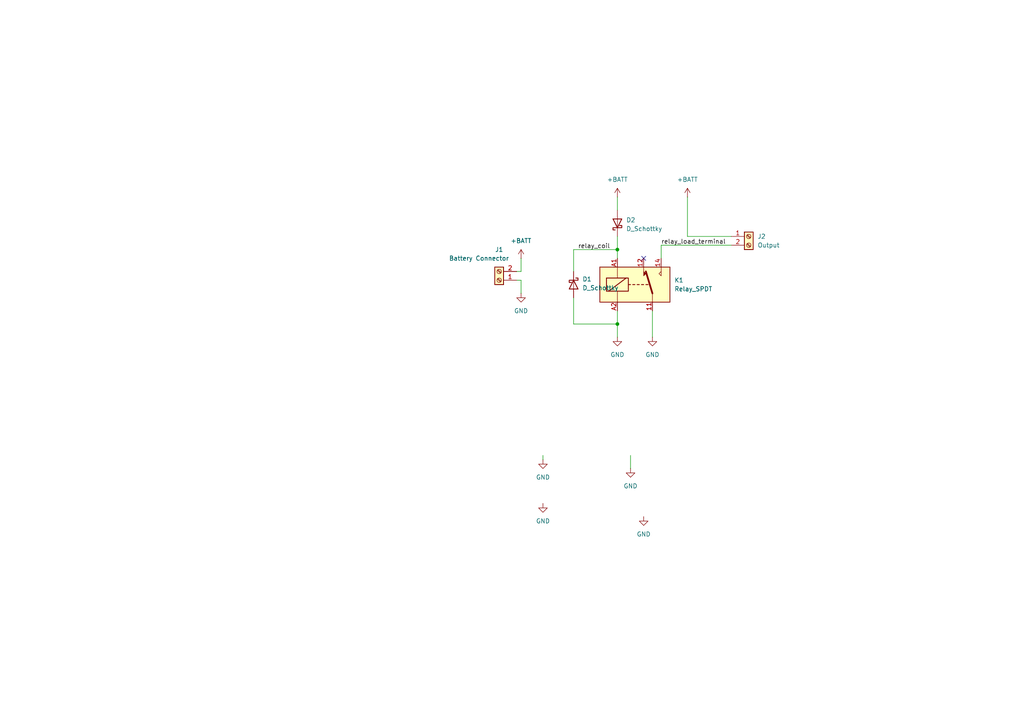
<source format=kicad_sch>
(kicad_sch (version 20231120) (generator "eeschema") (generator_version "8.0")
  (paper "A4")
  (lib_symbols
    (symbol "Connector:Screw_Terminal_01x02" (pin_names (offset 1.016) hide)
      (property "Reference" "J" (at 0 2.54 0))
      (property "Value" "Screw_Terminal_01x02" (at 0 -5.08 0))
      (symbol "Screw_Terminal_01x02_1_1"
        (rectangle (start -1.27 1.27) (end 1.27 -3.81) (stroke (width 0.254)) (fill (type background)))
        (circle (center 0 -2.54) (radius 0.635) (stroke (width 0.1524)))
        (polyline (pts (xy -0.5334 -2.2098) (xy 0.3302 -3.048)) (stroke (width 0.1524)))
        (polyline (pts (xy -0.5334 0.3302) (xy 0.3302 -0.508)) (stroke (width 0.1524)))
        (polyline (pts (xy -0.3556 -2.032) (xy 0.508 -2.8702)) (stroke (width 0.1524)))
        (polyline (pts (xy -0.3556 0.508) (xy 0.508 -0.3302)) (stroke (width 0.1524)))
        (circle (center 0 0) (radius 0.635) (stroke (width 0.1524)))
        (pin passive line (at -5.08 0 0) (length 3.81) (name "Pin_1") (number "1"))
        (pin passive line (at -5.08 -2.54 0) (length 3.81) (name "Pin_2") (number "2"))
      )
    )
    (symbol "Device:D_Schottky" (pin_numbers hide) (pin_names (offset 1.016) hide)
      (property "Reference" "D" (at 0 2.54 0))
      (property "Value" "D_Schottky" (at 0 -2.54 0))
      (symbol "D_Schottky_0_1"
        (polyline (pts (xy 1.27 0) (xy -1.27 0)))
        (polyline (pts (xy 1.27 1.27) (xy 1.27 -1.27) (xy -1.27 0) (xy 1.27 1.27)) (stroke (width 0.254)))
        (polyline (pts (xy -1.905 0.635) (xy -1.905 1.27) (xy -1.27 1.27) (xy -1.27 -1.27) (xy -0.635 -1.27) (xy -0.635 -0.635)) (stroke (width 0.254)))
      )
      (symbol "D_Schottky_1_1"
        (pin passive line (at -3.81 0 0) (length 2.54) (name "K") (number "1"))
        (pin passive line (at 3.81 0 180) (length 2.54) (name "A") (number "2"))
      )
    )
    (symbol "Relay:Relay_SPDT"
      (property "Reference" "K" (at 11.43 3.81 0))
      (property "Value" "Relay_SPDT" (at 11.43 1.27 0))
      (symbol "Relay_SPDT_0_0"
        (polyline (pts (xy 7.62 5.08) (xy 7.62 2.54) (xy 6.985 3.175) (xy 7.62 3.81)))
      )
      (symbol "Relay_SPDT_0_1"
        (rectangle (start -10.16 5.08) (end 10.16 -5.08) (stroke (width 0.254)) (fill (type background)))
        (rectangle (start -8.255 1.905) (end -1.905 -1.905) (stroke (width 0.254)))
        (polyline (pts (xy -7.62 -1.905) (xy -2.54 1.905)) (stroke (width 0.254)))
        (polyline (pts (xy -5.08 -5.08) (xy -5.08 -1.905)))
        (polyline (pts (xy -5.08 5.08) (xy -5.08 1.905)))
        (polyline (pts (xy -1.905 0) (xy -1.27 0)) (stroke (width 0.254)))
        (polyline (pts (xy -0.635 0) (xy 0 0)) (stroke (width 0.254)))
        (polyline (pts (xy 0.635 0) (xy 1.27 0)) (stroke (width 0.254)))
        (polyline (pts (xy 1.905 0) (xy 2.54 0)) (stroke (width 0.254)))
        (polyline (pts (xy 3.175 0) (xy 3.81 0)) (stroke (width 0.254)))
        (polyline (pts (xy 5.08 -2.54) (xy 3.175 3.81)) (stroke (width 0.508)))
        (polyline (pts (xy 5.08 -2.54) (xy 5.08 -5.08)))
        (polyline (pts (xy 2.54 5.08) (xy 2.54 2.54) (xy 3.175 3.175) (xy 2.54 3.81)) (fill (type outline)))
      )
      (symbol "Relay_SPDT_1_1"
        (pin passive line (at 5.08 -7.62 90) (length 2.54) (name "~") (number "11"))
        (pin passive line (at 2.54 7.62 270) (length 2.54) (name "~") (number "12"))
        (pin passive line (at 7.62 7.62 270) (length 2.54) (name "~") (number "14"))
        (pin passive line (at -5.08 7.62 270) (length 2.54) (name "~") (number "A1"))
        (pin passive line (at -5.08 -7.62 90) (length 2.54) (name "~") (number "A2"))
      )
    )
    (symbol "power:+BATT" (power) (pin_numbers hide) (pin_names (offset 0) hide)
      (property "Value" "+BATT" (at 0 3.556 0))
      (symbol "+BATT_0_1"
        (polyline (pts (xy -0.762 1.27) (xy 0 2.54)))
        (polyline (pts (xy 0 0) (xy 0 2.54)))
        (polyline (pts (xy 0 2.54) (xy 0.762 1.27)))
      )
      (symbol "+BATT_1_1"
        (pin power_in line (at 0 0 90) (length 0) (name "~") (number "1"))
      )
    )
    (symbol "power:GND" (power) (pin_numbers hide) (pin_names (offset 0) hide)
      (property "Value" "GND" (at 0 -3.81 0))
      (symbol "GND_0_1"
        (polyline (pts (xy 0 0) (xy 0 -1.27) (xy 1.27 -1.27) (xy 0 -2.54) (xy -1.27 -1.27) (xy 0 -1.27)))
      )
      (symbol "GND_1_1"
        (pin power_in line (at 0 0 270) (length 0) (name "~") (number "1"))
      )
    )
  )
  (junction (at 179.07 93.98))
  (junction (at 179.07 72.39))
  (no_connect (at 186.69 74.93))
  (wire (pts (xy 179.07 57.15) (xy 179.07 60.96)))
  (wire (pts (xy 179.07 68.58) (xy 179.07 72.39)))
  (wire (pts (xy 151.13 81.28) (xy 151.13 85.09)))
  (wire (pts (xy 199.39 68.58) (xy 212.09 68.58)))
  (wire (pts (xy 212.09 71.12) (xy 191.77 71.12)))
  (wire (pts (xy 199.39 57.15) (xy 199.39 68.58)))
  (wire (pts (xy 166.37 93.98) (xy 166.37 86.36)))
  (wire (pts (xy 166.37 72.39) (xy 179.07 72.39)))
  (wire (pts (xy 179.07 90.17) (xy 179.07 93.98)))
  (wire (pts (xy 191.77 71.12) (xy 191.77 74.93)))
  (wire (pts (xy 179.07 93.98) (xy 166.37 93.98)))
  (wire (pts (xy 151.13 74.93) (xy 151.13 78.74)))
  (wire (pts (xy 179.07 93.98) (xy 179.07 97.79)))
  (wire (pts (xy 179.07 72.39) (xy 179.07 74.93)))
  (wire (pts (xy 166.37 78.74) (xy 166.37 72.39)))
  (wire (pts (xy 151.13 78.74) (xy 149.86 78.74)))
  (wire (pts (xy 189.23 90.17) (xy 189.23 97.79)))
  (wire (pts (xy 182.88 132.08) (xy 182.88 135.89)))
  (wire (pts (xy 157.48 132.08) (xy 157.48 133.35)))
  (wire (pts (xy 149.86 81.28) (xy 151.13 81.28)))
  (label "relay_coil" (at 167.64 72.39 0))
  (label "relay_load_terminal" (at 191.77 71.12 0))
  (symbol (lib_id "power:GND") (at 186.69 149.86 0) (unit 1)
    (property "Reference" "#PWR09" (effects (hide yes)))
    (property "Value" "GND" (at 186.69 154.94 0))
    (property "Description" "Power symbol creates a global label with name \"GND\" , ground" (effects (hide yes)))
  )
  (symbol (lib_id "power:GND") (at 189.23 97.79 0) (unit 1)
    (property "Reference" "#PWR05" (effects (hide yes)))
    (property "Value" "GND" (at 189.23 102.87 0))
    (property "Description" "Power symbol creates a global label with name \"GND\" , ground" (effects (hide yes)))
  )
  (symbol (lib_id "Device:D_Schottky") (at 166.37 82.55 270) (unit 1)
    (property "Reference" "D1" (at 168.91 80.9624 90) (effects (justify left)))
    (property "Value" "D_Schottky" (at 168.91 83.5024 90) (effects (justify left)))
    (property "Footprint" "ProjectLibrary:SMB_STM-M" (effects (hide yes)))
    (property "Datasheet" "https://www.st.com/content/ccc/resource/technical/document/datasheet/f9/71/8b/51/48/04/4b/9b/CD00001325.pdf/files/CD00001325.pdf/jcr:content/translations/en.CD00001325.pdf" (effects (hide yes)))
    (property "Description" "Schottky diode" (effects (hide yes)))
  )
  (symbol (lib_id "Relay:Relay_SPDT") (at 184.15 82.55 0) (unit 1)
    (property "Reference" "K1" (at 195.58 81.2799 0) (effects (justify left)))
    (property "Value" "Relay_SPDT" (at 195.58 83.8199 0) (effects (justify left)))
    (property "Footprint" "ProjectLibrary:AZ2150_AMZ" (effects (hide yes)))
    (property "Datasheet" "https://www.azettler.com/pdfs/az2150.pdf" (effects (hide yes)))
    (property "Description" "Relay SPDT, monostable, EN50005" (effects (hide yes)))
  )
  (symbol (lib_id "power:GND") (at 157.48 133.35 0) (unit 1)
    (property "Reference" "#PWR07" (effects (hide yes)))
    (property "Value" "GND" (at 157.48 138.43 0))
    (property "Description" "Power symbol creates a global label with name \"GND\" , ground" (effects (hide yes)))
  )
  (symbol (lib_id "power:GND") (at 151.13 85.09 0) (unit 1)
    (property "Reference" "#PWR03" (effects (hide yes)))
    (property "Value" "GND" (at 151.13 90.17 0))
    (property "Description" "Power symbol creates a global label with name \"GND\" , ground" (effects (hide yes)))
  )
  (symbol (lib_id "power:GND") (at 179.07 97.79 0) (unit 1)
    (property "Reference" "#PWR04" (effects (hide yes)))
    (property "Value" "GND" (at 179.07 102.87 0))
    (property "Description" "Power symbol creates a global label with name \"GND\" , ground" (effects (hide yes)))
  )
  (symbol (lib_id "Connector:Screw_Terminal_01x02") (at 144.78 81.28 180) (unit 1)
    (property "Reference" "J1" (at 144.78 72.39 0))
    (property "Value" "Battery Connector" (at 138.938 74.93 0))
    (property "Footprint" "TerminalBlock_Phoenix:TerminalBlock_Phoenix_MKDS-1,5-2-5.08_1x02_P5.08mm_Horizontal" (effects (hide yes)))
    (property "Description" "Generic screw terminal, single row, 01x02, script generated (kicad-library-utils/schlib/autogen/connector/)" (effects (hide yes)))
  )
  (symbol (lib_id "power:+BATT") (at 179.07 57.15 0) (unit 1)
    (property "Reference" "#PWR01" (effects (hide yes)))
    (property "Value" "+BATT" (at 179.07 52.07 0))
    (property "Description" "Power symbol creates a global label with name \"+BATT\"" (effects (hide yes)))
  )
  (symbol (lib_id "power:+BATT") (at 151.13 74.93 0) (unit 1)
    (property "Reference" "#PWR02" (effects (hide yes)))
    (property "Value" "+BATT" (at 151.13 69.85 0))
    (property "Description" "Power symbol creates a global label with name \"+BATT\"" (effects (hide yes)))
  )
  (symbol (lib_id "Device:D_Schottky") (at 179.07 64.77 90) (unit 1)
    (property "Reference" "D2" (at 181.61 63.8174 90) (effects (justify right)))
    (property "Value" "D_Schottky" (at 181.61 66.3574 90) (effects (justify right)))
    (property "Footprint" "ProjectLibrary:SMB_STM-M" (effects (hide yes)))
    (property "Datasheet" "https://www.st.com/content/ccc/resource/technical/document/datasheet/f9/71/8b/51/48/04/4b/9b/CD00001325.pdf/files/CD00001325.pdf/jcr:content/translations/en.CD00001325.pdf" (effects (hide yes)))
    (property "Description" "Schottky diode" (effects (hide yes)))
  )
  (symbol (lib_id "power:GND") (at 182.88 135.89 0) (unit 1)
    (property "Reference" "#PWR010" (effects (hide yes)))
    (property "Value" "GND" (at 182.88 140.97 0))
    (property "Description" "Power symbol creates a global label with name \"GND\" , ground" (effects (hide yes)))
  )
  (symbol (lib_id "power:+BATT") (at 199.39 57.15 0) (unit 1)
    (property "Reference" "#PWR06" (effects (hide yes)))
    (property "Value" "+BATT" (at 199.39 52.07 0))
    (property "Description" "Power symbol creates a global label with name \"+BATT\"" (effects (hide yes)))
  )
  (symbol (lib_id "Connector:Screw_Terminal_01x02") (at 217.17 68.58 0) (unit 1)
    (property "Reference" "J2" (at 219.71 68.5799 0) (effects (justify left)))
    (property "Value" "Output" (at 219.71 71.1199 0) (effects (justify left)))
    (property "Footprint" "TerminalBlock_Phoenix:TerminalBlock_Phoenix_MKDS-1,5-2-5.08_1x02_P5.08mm_Horizontal" (effects (hide yes)))
    (property "Description" "Generic screw terminal, single row, 01x02, script generated (kicad-library-utils/schlib/autogen/connector/)" (effects (hide yes)))
  )
  (symbol (lib_id "power:GND") (at 157.48 146.05 0) (unit 1)
    (property "Reference" "#PWR08" (effects (hide yes)))
    (property "Value" "GND" (at 157.48 151.13 0))
    (property "Description" "Power symbol creates a global label with name \"GND\" , ground" (effects (hide yes)))
  )
)
</source>
